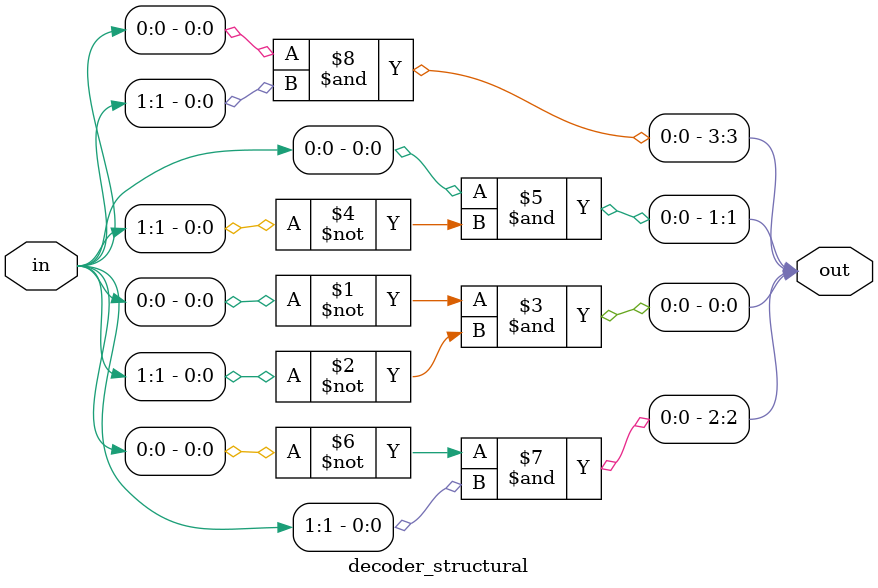
<source format=v>
module decoder_structural(out, in);
	output [3:0] out; // 4out
	input [1:0] in; // 2input
	
	and and1(out[0], ~in[0], ~in[1]); // 00일 때 out0이 1 나머지 0
	and and2(out[1], in[0], ~in[1]); // 01일 때 out1이 1
	and and3(out[2], ~in[0], in[1]); // 10일 때 out2이 1
	and and4(out[3], in[0], in[1]); // 11일 때 out3이 1
endmodule 
</source>
